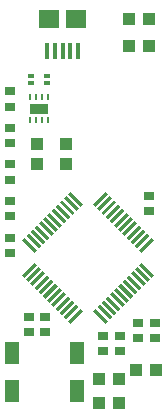
<source format=gtp>
G75*
%MOIN*%
%OFA0B0*%
%FSLAX25Y25*%
%IPPOS*%
%LPD*%
%AMOC8*
5,1,8,0,0,1.08239X$1,22.5*
%
%ADD10R,0.01181X0.05906*%
%ADD11R,0.05906X0.01181*%
%ADD12R,0.04331X0.03937*%
%ADD13R,0.05118X0.07480*%
%ADD14R,0.03543X0.02756*%
%ADD15R,0.01575X0.05315*%
%ADD16R,0.06890X0.06102*%
%ADD17R,0.01102X0.01969*%
%ADD18R,0.06299X0.03543*%
%ADD19R,0.03937X0.04331*%
%ADD20R,0.02165X0.01181*%
D10*
G36*
X0030618Y0072906D02*
X0029783Y0072071D01*
X0025608Y0076246D01*
X0026443Y0077081D01*
X0030618Y0072906D01*
G37*
G36*
X0032010Y0074298D02*
X0031175Y0073463D01*
X0027000Y0077638D01*
X0027835Y0078473D01*
X0032010Y0074298D01*
G37*
G36*
X0033402Y0075690D02*
X0032567Y0074855D01*
X0028392Y0079030D01*
X0029227Y0079865D01*
X0033402Y0075690D01*
G37*
G36*
X0034794Y0077082D02*
X0033959Y0076247D01*
X0029784Y0080422D01*
X0030619Y0081257D01*
X0034794Y0077082D01*
G37*
G36*
X0036186Y0078474D02*
X0035351Y0077639D01*
X0031176Y0081814D01*
X0032011Y0082649D01*
X0036186Y0078474D01*
G37*
G36*
X0037578Y0079866D02*
X0036743Y0079031D01*
X0032568Y0083206D01*
X0033403Y0084041D01*
X0037578Y0079866D01*
G37*
G36*
X0038969Y0081257D02*
X0038134Y0080422D01*
X0033959Y0084597D01*
X0034794Y0085432D01*
X0038969Y0081257D01*
G37*
G36*
X0040361Y0082649D02*
X0039526Y0081814D01*
X0035351Y0085989D01*
X0036186Y0086824D01*
X0040361Y0082649D01*
G37*
G36*
X0041753Y0084041D02*
X0040918Y0083206D01*
X0036743Y0087381D01*
X0037578Y0088216D01*
X0041753Y0084041D01*
G37*
G36*
X0043145Y0085433D02*
X0042310Y0084598D01*
X0038135Y0088773D01*
X0038970Y0089608D01*
X0043145Y0085433D01*
G37*
G36*
X0044537Y0086825D02*
X0043702Y0085990D01*
X0039527Y0090165D01*
X0040362Y0091000D01*
X0044537Y0086825D01*
G37*
G36*
X0045929Y0088217D02*
X0045094Y0087382D01*
X0040919Y0091557D01*
X0041754Y0092392D01*
X0045929Y0088217D01*
G37*
G36*
X0064024Y0058986D02*
X0063189Y0058151D01*
X0059014Y0062326D01*
X0059849Y0063161D01*
X0064024Y0058986D01*
G37*
G36*
X0065416Y0060378D02*
X0064581Y0059543D01*
X0060406Y0063718D01*
X0061241Y0064553D01*
X0065416Y0060378D01*
G37*
G36*
X0066808Y0061770D02*
X0065973Y0060935D01*
X0061798Y0065110D01*
X0062633Y0065945D01*
X0066808Y0061770D01*
G37*
G36*
X0068200Y0063162D02*
X0067365Y0062327D01*
X0063190Y0066502D01*
X0064025Y0067337D01*
X0068200Y0063162D01*
G37*
G36*
X0069592Y0064554D02*
X0068757Y0063719D01*
X0064582Y0067894D01*
X0065417Y0068729D01*
X0069592Y0064554D01*
G37*
G36*
X0062632Y0057594D02*
X0061797Y0056759D01*
X0057622Y0060934D01*
X0058457Y0061769D01*
X0062632Y0057594D01*
G37*
G36*
X0061241Y0056203D02*
X0060406Y0055368D01*
X0056231Y0059543D01*
X0057066Y0060378D01*
X0061241Y0056203D01*
G37*
G36*
X0059849Y0054811D02*
X0059014Y0053976D01*
X0054839Y0058151D01*
X0055674Y0058986D01*
X0059849Y0054811D01*
G37*
G36*
X0058457Y0053419D02*
X0057622Y0052584D01*
X0053447Y0056759D01*
X0054282Y0057594D01*
X0058457Y0053419D01*
G37*
G36*
X0057065Y0052027D02*
X0056230Y0051192D01*
X0052055Y0055367D01*
X0052890Y0056202D01*
X0057065Y0052027D01*
G37*
G36*
X0055673Y0050635D02*
X0054838Y0049800D01*
X0050663Y0053975D01*
X0051498Y0054810D01*
X0055673Y0050635D01*
G37*
G36*
X0054281Y0049243D02*
X0053446Y0048408D01*
X0049271Y0052583D01*
X0050106Y0053418D01*
X0054281Y0049243D01*
G37*
D11*
G36*
X0045929Y0052583D02*
X0041754Y0048408D01*
X0040919Y0049243D01*
X0045094Y0053418D01*
X0045929Y0052583D01*
G37*
G36*
X0044537Y0053975D02*
X0040362Y0049800D01*
X0039527Y0050635D01*
X0043702Y0054810D01*
X0044537Y0053975D01*
G37*
G36*
X0043145Y0055367D02*
X0038970Y0051192D01*
X0038135Y0052027D01*
X0042310Y0056202D01*
X0043145Y0055367D01*
G37*
G36*
X0041753Y0056759D02*
X0037578Y0052584D01*
X0036743Y0053419D01*
X0040918Y0057594D01*
X0041753Y0056759D01*
G37*
G36*
X0040361Y0058151D02*
X0036186Y0053976D01*
X0035351Y0054811D01*
X0039526Y0058986D01*
X0040361Y0058151D01*
G37*
G36*
X0038969Y0059543D02*
X0034794Y0055368D01*
X0033959Y0056203D01*
X0038134Y0060378D01*
X0038969Y0059543D01*
G37*
G36*
X0037578Y0060934D02*
X0033403Y0056759D01*
X0032568Y0057594D01*
X0036743Y0061769D01*
X0037578Y0060934D01*
G37*
G36*
X0036186Y0062326D02*
X0032011Y0058151D01*
X0031176Y0058986D01*
X0035351Y0063161D01*
X0036186Y0062326D01*
G37*
G36*
X0034794Y0063718D02*
X0030619Y0059543D01*
X0029784Y0060378D01*
X0033959Y0064553D01*
X0034794Y0063718D01*
G37*
G36*
X0033402Y0065110D02*
X0029227Y0060935D01*
X0028392Y0061770D01*
X0032567Y0065945D01*
X0033402Y0065110D01*
G37*
G36*
X0032010Y0066502D02*
X0027835Y0062327D01*
X0027000Y0063162D01*
X0031175Y0067337D01*
X0032010Y0066502D01*
G37*
G36*
X0030618Y0067894D02*
X0026443Y0063719D01*
X0025608Y0064554D01*
X0029783Y0068729D01*
X0030618Y0067894D01*
G37*
G36*
X0054281Y0091557D02*
X0050106Y0087382D01*
X0049271Y0088217D01*
X0053446Y0092392D01*
X0054281Y0091557D01*
G37*
G36*
X0055673Y0090165D02*
X0051498Y0085990D01*
X0050663Y0086825D01*
X0054838Y0091000D01*
X0055673Y0090165D01*
G37*
G36*
X0057065Y0088773D02*
X0052890Y0084598D01*
X0052055Y0085433D01*
X0056230Y0089608D01*
X0057065Y0088773D01*
G37*
G36*
X0058457Y0087381D02*
X0054282Y0083206D01*
X0053447Y0084041D01*
X0057622Y0088216D01*
X0058457Y0087381D01*
G37*
G36*
X0059849Y0085989D02*
X0055674Y0081814D01*
X0054839Y0082649D01*
X0059014Y0086824D01*
X0059849Y0085989D01*
G37*
G36*
X0061241Y0084597D02*
X0057066Y0080422D01*
X0056231Y0081257D01*
X0060406Y0085432D01*
X0061241Y0084597D01*
G37*
G36*
X0062632Y0083206D02*
X0058457Y0079031D01*
X0057622Y0079866D01*
X0061797Y0084041D01*
X0062632Y0083206D01*
G37*
G36*
X0064024Y0081814D02*
X0059849Y0077639D01*
X0059014Y0078474D01*
X0063189Y0082649D01*
X0064024Y0081814D01*
G37*
G36*
X0065416Y0080422D02*
X0061241Y0076247D01*
X0060406Y0077082D01*
X0064581Y0081257D01*
X0065416Y0080422D01*
G37*
G36*
X0066808Y0079030D02*
X0062633Y0074855D01*
X0061798Y0075690D01*
X0065973Y0079865D01*
X0066808Y0079030D01*
G37*
G36*
X0068200Y0077638D02*
X0064025Y0073463D01*
X0063190Y0074298D01*
X0067365Y0078473D01*
X0068200Y0077638D01*
G37*
G36*
X0069592Y0076246D02*
X0065417Y0072071D01*
X0064582Y0072906D01*
X0068757Y0077081D01*
X0069592Y0076246D01*
G37*
D12*
X0070346Y0033100D03*
X0063654Y0033100D03*
X0058046Y0030000D03*
X0058046Y0021900D03*
X0051354Y0021900D03*
X0051354Y0030000D03*
X0061254Y0141000D03*
X0061254Y0150000D03*
X0067946Y0150000D03*
X0067946Y0141000D03*
D13*
X0022173Y0026001D03*
X0022173Y0038599D03*
X0043827Y0038599D03*
X0043827Y0026001D03*
D14*
X0052600Y0039241D03*
X0052600Y0044359D03*
X0058400Y0044359D03*
X0058400Y0039241D03*
X0064200Y0043441D03*
X0064200Y0048559D03*
X0070000Y0048559D03*
X0070000Y0043441D03*
X0067800Y0085941D03*
X0067800Y0091059D03*
X0033400Y0050559D03*
X0033400Y0045441D03*
X0028000Y0045441D03*
X0028000Y0050559D03*
X0021500Y0071841D03*
X0021500Y0076959D03*
X0021500Y0084241D03*
X0021500Y0089359D03*
X0021500Y0096341D03*
X0021500Y0101459D03*
X0021500Y0108441D03*
X0021500Y0113559D03*
X0021500Y0120741D03*
X0021500Y0125859D03*
D15*
X0034082Y0139370D03*
X0036641Y0139370D03*
X0039200Y0139370D03*
X0041759Y0139370D03*
X0044318Y0139370D03*
D16*
X0043629Y0150000D03*
X0034771Y0150000D03*
D17*
X0034200Y0123800D03*
X0032231Y0123800D03*
X0030263Y0123800D03*
X0028294Y0123800D03*
X0028294Y0116320D03*
X0030263Y0116320D03*
X0032231Y0116320D03*
X0034200Y0116320D03*
D18*
X0031247Y0120060D03*
D19*
X0030500Y0108346D03*
X0030500Y0101654D03*
X0040300Y0101654D03*
X0040300Y0108346D03*
D20*
X0033800Y0128441D03*
X0033800Y0131000D03*
X0028500Y0131000D03*
X0028500Y0128441D03*
M02*

</source>
